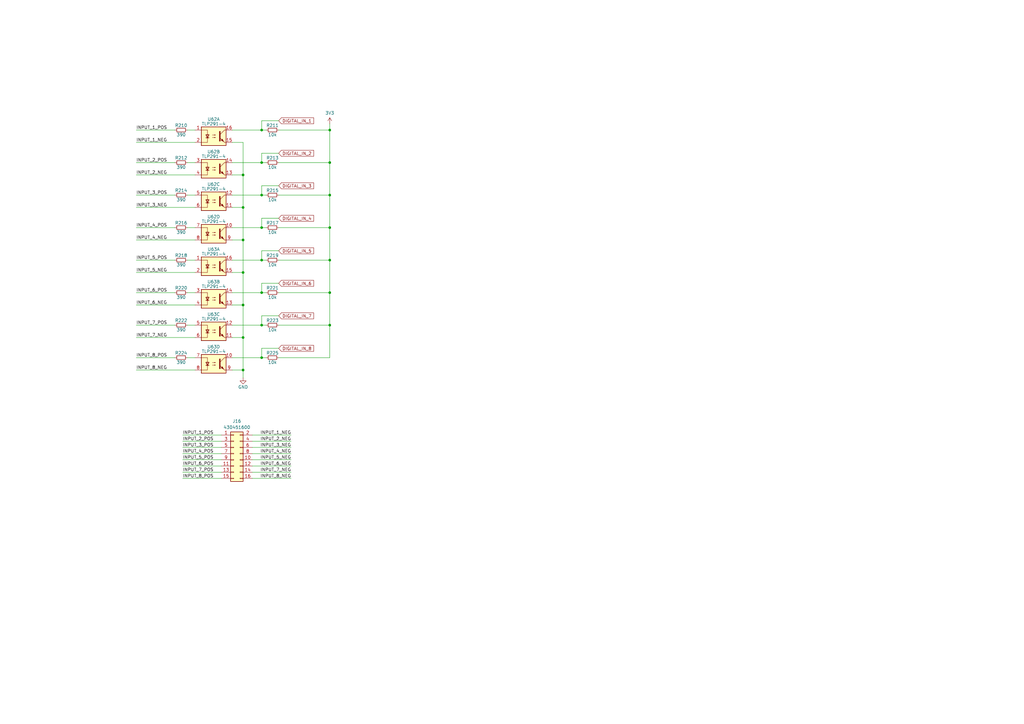
<source format=kicad_sch>
(kicad_sch (version 20231120) (generator "eeschema") (generator_version "8.0")
  (paper "A3")
  (lib_symbols
    (symbol "Connector_Generic:Conn_02x08_Odd_Even" (pin_names (offset 1.016) hide)
      (property "Reference" "J" (at 1.27 10.16 0))
      (property "Value" "Conn_02x08_Odd_Even" (at 1.27 -12.7 0))
      (symbol "Conn_02x08_Odd_Even_1_1"
        (rectangle (start -1.27 -10.033) (end 0 -10.287) (stroke (width 0.1524)))
        (rectangle (start -1.27 -7.493) (end 0 -7.747) (stroke (width 0.1524)))
        (rectangle (start -1.27 -4.953) (end 0 -5.207) (stroke (width 0.1524)))
        (rectangle (start -1.27 -2.413) (end 0 -2.667) (stroke (width 0.1524)))
        (rectangle (start -1.27 0.127) (end 0 -0.127) (stroke (width 0.1524)))
        (rectangle (start -1.27 2.667) (end 0 2.413) (stroke (width 0.1524)))
        (rectangle (start -1.27 5.207) (end 0 4.953) (stroke (width 0.1524)))
        (rectangle (start -1.27 7.747) (end 0 7.493) (stroke (width 0.1524)))
        (rectangle (start -1.27 8.89) (end 3.81 -11.43) (stroke (width 0.254)) (fill (type background)))
        (rectangle (start 3.81 -10.033) (end 2.54 -10.287) (stroke (width 0.1524)))
        (rectangle (start 3.81 -7.493) (end 2.54 -7.747) (stroke (width 0.1524)))
        (rectangle (start 3.81 -4.953) (end 2.54 -5.207) (stroke (width 0.1524)))
        (rectangle (start 3.81 -2.413) (end 2.54 -2.667) (stroke (width 0.1524)))
        (rectangle (start 3.81 0.127) (end 2.54 -0.127) (stroke (width 0.1524)))
        (rectangle (start 3.81 2.667) (end 2.54 2.413) (stroke (width 0.1524)))
        (rectangle (start 3.81 5.207) (end 2.54 4.953) (stroke (width 0.1524)))
        (rectangle (start 3.81 7.747) (end 2.54 7.493) (stroke (width 0.1524)))
        (pin passive line (at -5.08 7.62 0) (length 3.81) (name "Pin_1") (number "1"))
        (pin passive line (at 7.62 -2.54 180) (length 3.81) (name "Pin_10") (number "10"))
        (pin passive line (at -5.08 -5.08 0) (length 3.81) (name "Pin_11") (number "11"))
        (pin passive line (at 7.62 -5.08 180) (length 3.81) (name "Pin_12") (number "12"))
        (pin passive line (at -5.08 -7.62 0) (length 3.81) (name "Pin_13") (number "13"))
        (pin passive line (at 7.62 -7.62 180) (length 3.81) (name "Pin_14") (number "14"))
        (pin passive line (at -5.08 -10.16 0) (length 3.81) (name "Pin_15") (number "15"))
        (pin passive line (at 7.62 -10.16 180) (length 3.81) (name "Pin_16") (number "16"))
        (pin passive line (at 7.62 7.62 180) (length 3.81) (name "Pin_2") (number "2"))
        (pin passive line (at -5.08 5.08 0) (length 3.81) (name "Pin_3") (number "3"))
        (pin passive line (at 7.62 5.08 180) (length 3.81) (name "Pin_4") (number "4"))
        (pin passive line (at -5.08 2.54 0) (length 3.81) (name "Pin_5") (number "5"))
        (pin passive line (at 7.62 2.54 180) (length 3.81) (name "Pin_6") (number "6"))
        (pin passive line (at -5.08 0 0) (length 3.81) (name "Pin_7") (number "7"))
        (pin passive line (at 7.62 0 180) (length 3.81) (name "Pin_8") (number "8"))
        (pin passive line (at -5.08 -2.54 0) (length 3.81) (name "Pin_9") (number "9"))
      )
    )
    (symbol "Device:R_Small" (pin_numbers hide) (pin_names (offset 0.254) hide)
      (property "Reference" "R" (at 0.762 0.508 0))
      (property "Value" "R_Small" (at 0.762 -1.016 0))
      (symbol "R_Small_0_1"
        (rectangle (start -0.762 1.778) (end 0.762 -1.778) (stroke (width 0.2032)))
      )
      (symbol "R_Small_1_1"
        (pin passive line (at 0 2.54 270) (length 0.762) (name "~") (number "1"))
        (pin passive line (at 0 -2.54 90) (length 0.762) (name "~") (number "2"))
      )
    )
    (symbol "Isolator:TLP291-4"
      (property "Reference" "U" (at -5.08 5.08 0))
      (property "Value" "TLP291-4" (at 0 5.08 0))
      (symbol "TLP291-4_0_1"
        (rectangle (start -5.08 3.81) (end 5.08 -3.81) (stroke (width 0.254)) (fill (type background)))
        (polyline (pts (xy -3.175 -0.635) (xy -1.905 -0.635)) (stroke (width 0.254)))
        (polyline (pts (xy 2.54 0.635) (xy 4.445 2.54)))
        (polyline (pts (xy 4.445 -2.54) (xy 2.54 -0.635)) (fill (type outline)))
        (polyline (pts (xy 4.445 -2.54) (xy 5.08 -2.54)))
        (polyline (pts (xy 4.445 2.54) (xy 5.08 2.54)))
        (polyline (pts (xy -5.08 2.54) (xy -2.54 2.54) (xy -2.54 0.635)))
        (polyline (pts (xy -2.54 0.635) (xy -2.54 -2.54) (xy -5.08 -2.54)))
        (polyline (pts (xy 2.54 1.905) (xy 2.54 -1.905) (xy 2.54 -1.905)) (stroke (width 0.508)))
        (polyline (pts (xy -2.54 -0.635) (xy -3.175 0.635) (xy -1.905 0.635) (xy -2.54 -0.635)) (stroke (width 0.254)))
        (polyline (pts (xy -0.508 -0.508) (xy 0.762 -0.508) (xy 0.381 -0.635) (xy 0.381 -0.381) (xy 0.762 -0.508)))
        (polyline (pts (xy -0.508 0.508) (xy 0.762 0.508) (xy 0.381 0.381) (xy 0.381 0.635) (xy 0.762 0.508)))
        (polyline (pts (xy 3.048 -1.651) (xy 3.556 -1.143) (xy 4.064 -2.159) (xy 3.048 -1.651) (xy 3.048 -1.651)) (fill (type outline)))
      )
      (symbol "TLP291-4_1_1"
        (pin passive line (at -7.62 2.54 0) (length 2.54) (name "~") (number "1"))
        (pin passive line (at 7.62 -2.54 180) (length 2.54) (name "~") (number "15"))
        (pin passive line (at 7.62 2.54 180) (length 2.54) (name "~") (number "16"))
        (pin passive line (at -7.62 -2.54 0) (length 2.54) (name "~") (number "2"))
      )
      (symbol "TLP291-4_2_1"
        (pin passive line (at 7.62 -2.54 180) (length 2.54) (name "~") (number "13"))
        (pin passive line (at 7.62 2.54 180) (length 2.54) (name "~") (number "14"))
        (pin passive line (at -7.62 2.54 0) (length 2.54) (name "~") (number "3"))
        (pin passive line (at -7.62 -2.54 0) (length 2.54) (name "~") (number "4"))
      )
      (symbol "TLP291-4_3_1"
        (pin passive line (at 7.62 -2.54 180) (length 2.54) (name "~") (number "11"))
        (pin passive line (at 7.62 2.54 180) (length 2.54) (name "~") (number "12"))
        (pin passive line (at -7.62 2.54 0) (length 2.54) (name "~") (number "5"))
        (pin passive line (at -7.62 -2.54 0) (length 2.54) (name "~") (number "6"))
      )
      (symbol "TLP291-4_4_1"
        (pin passive line (at 7.62 2.54 180) (length 2.54) (name "~") (number "10"))
        (pin passive line (at -7.62 2.54 0) (length 2.54) (name "~") (number "7"))
        (pin passive line (at -7.62 -2.54 0) (length 2.54) (name "~") (number "8"))
        (pin passive line (at 7.62 -2.54 180) (length 2.54) (name "~") (number "9"))
      )
    )
    (symbol "power:+5V" (power) (pin_numbers hide) (pin_names (offset 0) hide)
      (property "Value" "+5V" (at 0 3.556 0))
      (symbol "+5V_0_1"
        (polyline (pts (xy -0.762 1.27) (xy 0 2.54)))
        (polyline (pts (xy 0 0) (xy 0 2.54)))
        (polyline (pts (xy 0 2.54) (xy 0.762 1.27)))
      )
      (symbol "+5V_1_1"
        (pin power_in line (at 0 0 90) (length 0) (name "~") (number "1"))
      )
    )
    (symbol "power:GND" (power) (pin_names (offset 0))
      (property "Value" "GND" (at 0 -3.81 0))
      (symbol "GND_0_1"
        (polyline (pts (xy 0 0) (xy 0 -1.27) (xy 1.27 -1.27) (xy 0 -2.54) (xy -1.27 -1.27) (xy 0 -1.27)))
      )
      (symbol "GND_1_1"
        (pin power_in line (at 0 0 270) (length 0) hide (name "GND") (number "1"))
      )
    )
  )
  (junction (at 107.315 93.345))
  (junction (at 107.315 120.015))
  (junction (at 99.695 125.095))
  (junction (at 107.315 133.35))
  (junction (at 135.255 53.34))
  (junction (at 107.315 146.685))
  (junction (at 99.695 111.76))
  (junction (at 135.255 93.345))
  (junction (at 135.255 106.68))
  (junction (at 99.695 151.765))
  (junction (at 99.695 85.09))
  (junction (at 135.255 133.35))
  (junction (at 107.315 80.01))
  (junction (at 107.315 66.675))
  (junction (at 99.695 98.425))
  (junction (at 107.315 106.68))
  (junction (at 135.255 66.675))
  (junction (at 99.695 71.755))
  (junction (at 135.255 120.015))
  (junction (at 99.695 138.43))
  (junction (at 135.255 80.01))
  (junction (at 107.315 53.34))
  (wire (pts (xy 74.93 196.215) (xy 90.805 196.215)))
  (wire (pts (xy 55.88 53.34) (xy 71.755 53.34)))
  (wire (pts (xy 114.3 146.685) (xy 135.255 146.685)))
  (wire (pts (xy 74.93 183.515) (xy 90.805 183.515)))
  (wire (pts (xy 76.835 53.34) (xy 80.01 53.34)))
  (wire (pts (xy 114.3 80.01) (xy 135.255 80.01)))
  (wire (pts (xy 55.88 71.755) (xy 80.01 71.755)))
  (wire (pts (xy 107.315 93.345) (xy 107.315 89.535)))
  (wire (pts (xy 74.93 191.135) (xy 90.805 191.135)))
  (wire (pts (xy 107.315 120.015) (xy 107.315 116.205)))
  (wire (pts (xy 95.25 93.345) (xy 107.315 93.345)))
  (wire (pts (xy 135.255 50.8) (xy 135.255 53.34)))
  (wire (pts (xy 99.695 71.755) (xy 99.695 85.09)))
  (wire (pts (xy 135.255 133.35) (xy 135.255 146.685)))
  (wire (pts (xy 74.93 188.595) (xy 90.805 188.595)))
  (wire (pts (xy 107.315 89.535) (xy 114.3 89.535)))
  (wire (pts (xy 119.38 193.675) (xy 103.505 193.675)))
  (wire (pts (xy 114.3 106.68) (xy 135.255 106.68)))
  (wire (pts (xy 119.38 188.595) (xy 103.505 188.595)))
  (wire (pts (xy 95.25 98.425) (xy 99.695 98.425)))
  (wire (pts (xy 95.25 71.755) (xy 99.695 71.755)))
  (wire (pts (xy 119.38 186.055) (xy 103.505 186.055)))
  (wire (pts (xy 76.835 80.01) (xy 80.01 80.01)))
  (wire (pts (xy 55.88 138.43) (xy 80.01 138.43)))
  (wire (pts (xy 95.25 53.34) (xy 107.315 53.34)))
  (wire (pts (xy 114.3 53.34) (xy 135.255 53.34)))
  (wire (pts (xy 95.25 146.685) (xy 107.315 146.685)))
  (wire (pts (xy 107.315 116.205) (xy 114.3 116.205)))
  (wire (pts (xy 76.835 106.68) (xy 80.01 106.68)))
  (wire (pts (xy 114.3 120.015) (xy 135.255 120.015)))
  (wire (pts (xy 55.88 93.345) (xy 71.755 93.345)))
  (wire (pts (xy 107.315 106.68) (xy 107.315 102.87)))
  (wire (pts (xy 95.25 58.42) (xy 99.695 58.42)))
  (wire (pts (xy 107.315 142.875) (xy 114.3 142.875)))
  (wire (pts (xy 107.315 120.015) (xy 109.22 120.015)))
  (wire (pts (xy 119.38 196.215) (xy 103.505 196.215)))
  (wire (pts (xy 55.88 80.01) (xy 71.755 80.01)))
  (wire (pts (xy 99.695 98.425) (xy 99.695 111.76)))
  (wire (pts (xy 55.88 98.425) (xy 80.01 98.425)))
  (wire (pts (xy 119.38 191.135) (xy 103.505 191.135)))
  (wire (pts (xy 107.315 62.865) (xy 114.3 62.865)))
  (wire (pts (xy 55.88 111.76) (xy 80.01 111.76)))
  (wire (pts (xy 107.315 133.35) (xy 109.22 133.35)))
  (wire (pts (xy 99.695 85.09) (xy 99.695 98.425)))
  (wire (pts (xy 107.315 53.34) (xy 109.22 53.34)))
  (wire (pts (xy 107.315 146.685) (xy 107.315 142.875)))
  (wire (pts (xy 107.315 49.53) (xy 114.3 49.53)))
  (wire (pts (xy 55.88 66.675) (xy 71.755 66.675)))
  (wire (pts (xy 55.88 120.015) (xy 71.755 120.015)))
  (wire (pts (xy 107.315 129.54) (xy 114.3 129.54)))
  (wire (pts (xy 55.88 146.685) (xy 71.755 146.685)))
  (wire (pts (xy 135.255 66.675) (xy 135.255 80.01)))
  (wire (pts (xy 135.255 93.345) (xy 135.255 106.68)))
  (wire (pts (xy 74.93 178.435) (xy 90.805 178.435)))
  (wire (pts (xy 99.695 125.095) (xy 99.695 138.43)))
  (wire (pts (xy 95.25 111.76) (xy 99.695 111.76)))
  (wire (pts (xy 55.88 58.42) (xy 80.01 58.42)))
  (wire (pts (xy 95.25 138.43) (xy 99.695 138.43)))
  (wire (pts (xy 95.25 85.09) (xy 99.695 85.09)))
  (wire (pts (xy 119.38 178.435) (xy 103.505 178.435)))
  (wire (pts (xy 95.25 120.015) (xy 107.315 120.015)))
  (wire (pts (xy 107.315 146.685) (xy 109.22 146.685)))
  (wire (pts (xy 99.695 58.42) (xy 99.695 71.755)))
  (wire (pts (xy 55.88 125.095) (xy 80.01 125.095)))
  (wire (pts (xy 107.315 53.34) (xy 107.315 49.53)))
  (wire (pts (xy 76.835 93.345) (xy 80.01 93.345)))
  (wire (pts (xy 119.38 180.975) (xy 103.505 180.975)))
  (wire (pts (xy 99.695 111.76) (xy 99.695 125.095)))
  (wire (pts (xy 114.3 66.675) (xy 135.255 66.675)))
  (wire (pts (xy 107.315 93.345) (xy 109.22 93.345)))
  (wire (pts (xy 95.25 151.765) (xy 99.695 151.765)))
  (wire (pts (xy 95.25 106.68) (xy 107.315 106.68)))
  (wire (pts (xy 76.835 120.015) (xy 80.01 120.015)))
  (wire (pts (xy 76.835 133.35) (xy 80.01 133.35)))
  (wire (pts (xy 107.315 66.675) (xy 107.315 62.865)))
  (wire (pts (xy 107.315 80.01) (xy 109.22 80.01)))
  (wire (pts (xy 107.315 102.87) (xy 114.3 102.87)))
  (wire (pts (xy 114.3 93.345) (xy 135.255 93.345)))
  (wire (pts (xy 107.315 106.68) (xy 109.22 106.68)))
  (wire (pts (xy 119.38 183.515) (xy 103.505 183.515)))
  (wire (pts (xy 107.315 76.2) (xy 114.3 76.2)))
  (wire (pts (xy 76.835 146.685) (xy 80.01 146.685)))
  (wire (pts (xy 135.255 53.34) (xy 135.255 66.675)))
  (wire (pts (xy 76.835 66.675) (xy 80.01 66.675)))
  (wire (pts (xy 135.255 80.01) (xy 135.255 93.345)))
  (wire (pts (xy 107.315 133.35) (xy 107.315 129.54)))
  (wire (pts (xy 135.255 106.68) (xy 135.255 120.015)))
  (wire (pts (xy 95.25 133.35) (xy 107.315 133.35)))
  (wire (pts (xy 55.88 85.09) (xy 80.01 85.09)))
  (wire (pts (xy 99.695 151.765) (xy 99.695 154.94)))
  (wire (pts (xy 55.88 106.68) (xy 71.755 106.68)))
  (wire (pts (xy 74.93 193.675) (xy 90.805 193.675)))
  (wire (pts (xy 107.315 66.675) (xy 109.22 66.675)))
  (wire (pts (xy 107.315 80.01) (xy 107.315 76.2)))
  (wire (pts (xy 55.88 133.35) (xy 71.755 133.35)))
  (wire (pts (xy 99.695 138.43) (xy 99.695 151.765)))
  (wire (pts (xy 74.93 186.055) (xy 90.805 186.055)))
  (wire (pts (xy 95.25 80.01) (xy 107.315 80.01)))
  (wire (pts (xy 114.3 133.35) (xy 135.255 133.35)))
  (wire (pts (xy 74.93 180.975) (xy 90.805 180.975)))
  (wire (pts (xy 55.88 151.765) (xy 80.01 151.765)))
  (wire (pts (xy 95.25 66.675) (xy 107.315 66.675)))
  (wire (pts (xy 135.255 120.015) (xy 135.255 133.35)))
  (wire (pts (xy 95.25 125.095) (xy 99.695 125.095)))
  (label "INPUT_2_POS" (at 55.88 66.675 0))
  (label "INPUT_4_NEG" (at 55.88 98.425 0))
  (label "INPUT_6_POS" (at 74.93 191.135 0))
  (label "INPUT_3_POS" (at 74.93 183.515 0))
  (label "INPUT_2_NEG" (at 55.88 71.755 0))
  (label "INPUT_7_POS" (at 55.88 133.35 0))
  (label "INPUT_7_NEG" (at 55.88 138.43 0))
  (label "INPUT_4_POS" (at 74.93 186.055 0))
  (label "INPUT_5_POS" (at 55.88 106.68 0))
  (label "INPUT_7_POS" (at 74.93 193.675 0))
  (label "INPUT_6_NEG" (at 55.88 125.095 0))
  (label "INPUT_2_NEG" (at 119.38 180.975 180))
  (label "INPUT_7_NEG" (at 119.38 193.675 180))
  (label "INPUT_1_POS" (at 55.88 53.34 0))
  (label "INPUT_3_NEG" (at 55.88 85.09 0))
  (label "INPUT_1_NEG" (at 119.38 178.435 180))
  (label "INPUT_2_POS" (at 74.93 180.975 0))
  (label "INPUT_5_NEG" (at 55.88 111.76 0))
  (label "INPUT_3_NEG" (at 119.38 183.515 180))
  (label "INPUT_1_POS" (at 74.93 178.435 0))
  (label "INPUT_8_NEG" (at 119.38 196.215 180))
  (label "INPUT_5_POS" (at 74.93 188.595 0))
  (label "INPUT_6_NEG" (at 119.38 191.135 180))
  (label "INPUT_4_NEG" (at 119.38 186.055 180))
  (label "INPUT_8_POS" (at 74.93 196.215 0))
  (label "INPUT_5_NEG" (at 119.38 188.595 180))
  (label "INPUT_3_POS" (at 55.88 80.01 0))
  (label "INPUT_6_POS" (at 55.88 120.015 0))
  (label "INPUT_8_NEG" (at 55.88 151.765 0))
  (label "INPUT_8_POS" (at 55.88 146.685 0))
  (label "INPUT_4_POS" (at 55.88 93.345 0))
  (label "INPUT_1_NEG" (at 55.88 58.42 0))
  (global_label "DIGITAL_IN_6" (shape input) (at 114.3 116.205 0) (property "Intersheetrefs" "${INTERSHEET_REFS}" (effects (hide yes))))
  (global_label "DIGITAL_IN_5" (shape input) (at 114.3 102.87 0) (property "Intersheetrefs" "${INTERSHEET_REFS}" (effects (hide yes))))
  (global_label "DIGITAL_IN_1" (shape input) (at 114.3 49.53 0) (property "Intersheetrefs" "${INTERSHEET_REFS}" (effects (hide yes))))
  (global_label "DIGITAL_IN_8" (shape input) (at 114.3 142.875 0) (property "Intersheetrefs" "${INTERSHEET_REFS}" (effects (hide yes))))
  (global_label "DIGITAL_IN_3" (shape input) (at 114.3 76.2 0) (property "Intersheetrefs" "${INTERSHEET_REFS}" (effects (hide yes))))
  (global_label "DIGITAL_IN_7" (shape input) (at 114.3 129.54 0) (property "Intersheetrefs" "${INTERSHEET_REFS}" (effects (hide yes))))
  (global_label "DIGITAL_IN_2" (shape input) (at 114.3 62.865 0) (property "Intersheetrefs" "${INTERSHEET_REFS}" (effects (hide yes))))
  (global_label "DIGITAL_IN_4" (shape input) (at 114.3 89.535 0) (property "Intersheetrefs" "${INTERSHEET_REFS}" (effects (hide yes))))
  (symbol (lib_id "Device:R_Small") (at 111.76 80.01 90) (unit 1)
    (property "Reference" "R215" (at 111.76 78.105 90))
    (property "Value" "10k" (at 111.76 81.915 90))
    (property "Description" "Resistor, small symbol" (effects (hide yes)))
  )
  (symbol (lib_id "Isolator:TLP291-4") (at 87.63 95.885 0) (unit 4)
    (property "Reference" "U62" (at 87.63 88.9 0))
    (property "Value" "TLP291-4" (at 87.63 90.805 0))
    (property "Datasheet" "https://toshiba.semicon-storage.com/info/docget.jsp?did=12858&prodName=TLP291-4" (effects (hide yes)))
    (property "Description" "Quad DC Optocoupler, Vce 80V, CTR 50-100%, SOP16" (effects (hide yes)))
  )
  (symbol (lib_id "Device:R_Small") (at 74.295 106.68 90) (unit 1)
    (property "Reference" "R218" (at 74.295 104.775 90))
    (property "Value" "390" (at 74.295 108.585 90))
    (property "Description" "Resistor, small symbol" (effects (hide yes)))
  )
  (symbol (lib_id "Connector_Generic:Conn_02x08_Odd_Even") (at 95.885 186.055 0) (unit 1)
    (property "Reference" "J16" (at 97.155 172.72 0))
    (property "Value" "430451600" (at 97.155 175.26 0))
    (property "Description" "Generic connector, double row, 02x08, odd/even pin numbering scheme (row 1 odd numbers, row 2 even numbers), script generated (kicad-library-utils/schlib/autogen/connector/)" (effects (hide yes)))
  )
  (symbol (lib_id "Device:R_Small") (at 74.295 146.685 90) (unit 1)
    (property "Reference" "R224" (at 74.295 144.78 90))
    (property "Value" "390" (at 74.295 148.59 90))
    (property "Description" "Resistor, small symbol" (effects (hide yes)))
  )
  (symbol (lib_id "Device:R_Small") (at 111.76 66.675 90) (unit 1)
    (property "Reference" "R213" (at 111.76 64.77 90))
    (property "Value" "10k" (at 111.76 68.58 90))
    (property "Description" "Resistor, small symbol" (effects (hide yes)))
  )
  (symbol (lib_id "Isolator:TLP291-4") (at 87.63 55.88 0) (unit 1)
    (property "Reference" "U62" (at 87.63 48.895 0))
    (property "Value" "TLP291-4" (at 87.63 50.8 0))
    (property "Datasheet" "https://toshiba.semicon-storage.com/info/docget.jsp?did=12858&prodName=TLP291-4" (effects (hide yes)))
    (property "Description" "Quad DC Optocoupler, Vce 80V, CTR 50-100%, SOP16" (effects (hide yes)))
  )
  (symbol (lib_id "Isolator:TLP291-4") (at 87.63 122.555 0) (unit 2)
    (property "Reference" "U63" (at 87.63 115.57 0))
    (property "Value" "TLP291-4" (at 87.63 117.475 0))
    (property "Datasheet" "https://toshiba.semicon-storage.com/info/docget.jsp?did=12858&prodName=TLP291-4" (effects (hide yes)))
    (property "Description" "Quad DC Optocoupler, Vce 80V, CTR 50-100%, SOP16" (effects (hide yes)))
  )
  (symbol (lib_id "Isolator:TLP291-4") (at 87.63 82.55 0) (unit 3)
    (property "Reference" "U62" (at 87.63 75.565 0))
    (property "Value" "TLP291-4" (at 87.63 77.47 0))
    (property "Datasheet" "https://toshiba.semicon-storage.com/info/docget.jsp?did=12858&prodName=TLP291-4" (effects (hide yes)))
    (property "Description" "Quad DC Optocoupler, Vce 80V, CTR 50-100%, SOP16" (effects (hide yes)))
  )
  (symbol (lib_id "Device:R_Small") (at 111.76 146.685 90) (unit 1)
    (property "Reference" "R225" (at 111.76 144.78 90))
    (property "Value" "10k" (at 111.76 148.59 90))
    (property "Description" "Resistor, small symbol" (effects (hide yes)))
  )
  (symbol (lib_id "Device:R_Small") (at 111.76 106.68 90) (unit 1)
    (property "Reference" "R219" (at 111.76 104.775 90))
    (property "Value" "10k" (at 111.76 108.585 90))
    (property "Description" "Resistor, small symbol" (effects (hide yes)))
  )
  (symbol (lib_id "Device:R_Small") (at 74.295 80.01 90) (unit 1)
    (property "Reference" "R214" (at 74.295 78.105 90))
    (property "Value" "390" (at 74.295 81.915 90))
    (property "Description" "Resistor, small symbol" (effects (hide yes)))
  )
  (symbol (lib_id "Isolator:TLP291-4") (at 87.63 149.225 0) (unit 4)
    (property "Reference" "U63" (at 87.63 142.24 0))
    (property "Value" "TLP291-4" (at 87.63 144.145 0))
    (property "Datasheet" "https://toshiba.semicon-storage.com/info/docget.jsp?did=12858&prodName=TLP291-4" (effects (hide yes)))
    (property "Description" "Quad DC Optocoupler, Vce 80V, CTR 50-100%, SOP16" (effects (hide yes)))
  )
  (symbol (lib_id "Device:R_Small") (at 74.295 93.345 90) (unit 1)
    (property "Reference" "R216" (at 74.295 91.44 90))
    (property "Value" "390" (at 74.295 95.25 90))
    (property "Description" "Resistor, small symbol" (effects (hide yes)))
  )
  (symbol (lib_id "Isolator:TLP291-4") (at 87.63 109.22 0) (unit 1)
    (property "Reference" "U63" (at 87.63 102.235 0))
    (property "Value" "TLP291-4" (at 87.63 104.14 0))
    (property "Datasheet" "https://toshiba.semicon-storage.com/info/docget.jsp?did=12858&prodName=TLP291-4" (effects (hide yes)))
    (property "Description" "Quad DC Optocoupler, Vce 80V, CTR 50-100%, SOP16" (effects (hide yes)))
  )
  (symbol (lib_id "Device:R_Small") (at 111.76 133.35 90) (unit 1)
    (property "Reference" "R223" (at 111.76 131.445 90))
    (property "Value" "10k" (at 111.76 135.255 90))
    (property "Description" "Resistor, small symbol" (effects (hide yes)))
  )
  (symbol (lib_id "Device:R_Small") (at 111.76 53.34 90) (unit 1)
    (property "Reference" "R211" (at 111.76 51.435 90))
    (property "Value" "10k" (at 111.76 55.245 90))
    (property "Description" "Resistor, small symbol" (effects (hide yes)))
  )
  (symbol (lib_id "Device:R_Small") (at 74.295 53.34 90) (unit 1)
    (property "Reference" "R210" (at 74.295 51.435 90))
    (property "Value" "390" (at 74.295 55.245 90))
    (property "Description" "Resistor, small symbol" (effects (hide yes)))
  )
  (symbol (lib_id "Isolator:TLP291-4") (at 87.63 135.89 0) (unit 3)
    (property "Reference" "U63" (at 87.63 128.905 0))
    (property "Value" "TLP291-4" (at 87.63 130.81 0))
    (property "Datasheet" "https://toshiba.semicon-storage.com/info/docget.jsp?did=12858&prodName=TLP291-4" (effects (hide yes)))
    (property "Description" "Quad DC Optocoupler, Vce 80V, CTR 50-100%, SOP16" (effects (hide yes)))
  )
  (symbol (lib_id "Isolator:TLP291-4") (at 87.63 69.215 0) (unit 2)
    (property "Reference" "U62" (at 87.63 62.23 0))
    (property "Value" "TLP291-4" (at 87.63 64.135 0))
    (property "Datasheet" "https://toshiba.semicon-storage.com/info/docget.jsp?did=12858&prodName=TLP291-4" (effects (hide yes)))
    (property "Description" "Quad DC Optocoupler, Vce 80V, CTR 50-100%, SOP16" (effects (hide yes)))
  )
  (symbol (lib_id "Device:R_Small") (at 74.295 66.675 90) (unit 1)
    (property "Reference" "R212" (at 74.295 64.77 90))
    (property "Value" "390" (at 74.295 68.58 90))
    (property "Description" "Resistor, small symbol" (effects (hide yes)))
  )
  (symbol (lib_id "Device:R_Small") (at 74.295 133.35 90) (unit 1)
    (property "Reference" "R222" (at 74.295 131.445 90))
    (property "Value" "390" (at 74.295 135.255 90))
    (property "Description" "Resistor, small symbol" (effects (hide yes)))
  )
  (symbol (lib_id "Device:R_Small") (at 74.295 120.015 90) (unit 1)
    (property "Reference" "R220" (at 74.295 118.11 90))
    (property "Value" "390" (at 74.295 121.92 90))
    (property "Description" "Resistor, small symbol" (effects (hide yes)))
  )
  (symbol (lib_id "Device:R_Small") (at 111.76 120.015 90) (unit 1)
    (property "Reference" "R221" (at 111.76 118.11 90))
    (property "Value" "10k" (at 111.76 121.92 90))
    (property "Description" "Resistor, small symbol" (effects (hide yes)))
  )
  (symbol (lib_id "power:GND") (at 99.695 154.94 0) (unit 1)
    (property "Reference" "#PWR0201" (effects (hide yes)))
    (property "Value" "GND" (at 99.695 158.75 0))
  )
  (symbol (lib_id "Device:R_Small") (at 111.76 93.345 90) (unit 1)
    (property "Reference" "R217" (at 111.76 91.44 90))
    (property "Value" "10k" (at 111.76 95.25 90))
    (property "Description" "Resistor, small symbol" (effects (hide yes)))
  )
  (symbol (lib_id "power:+5V") (at 135.255 50.8 0) (unit 1)
    (property "Reference" "#PWR0200" (effects (hide yes)))
    (property "Value" "3V3" (at 135.255 46.355 0))
    (property "Description" "Power symbol creates a global label with name \"+5V\"" (effects (hide yes)))
  )
)
</source>
